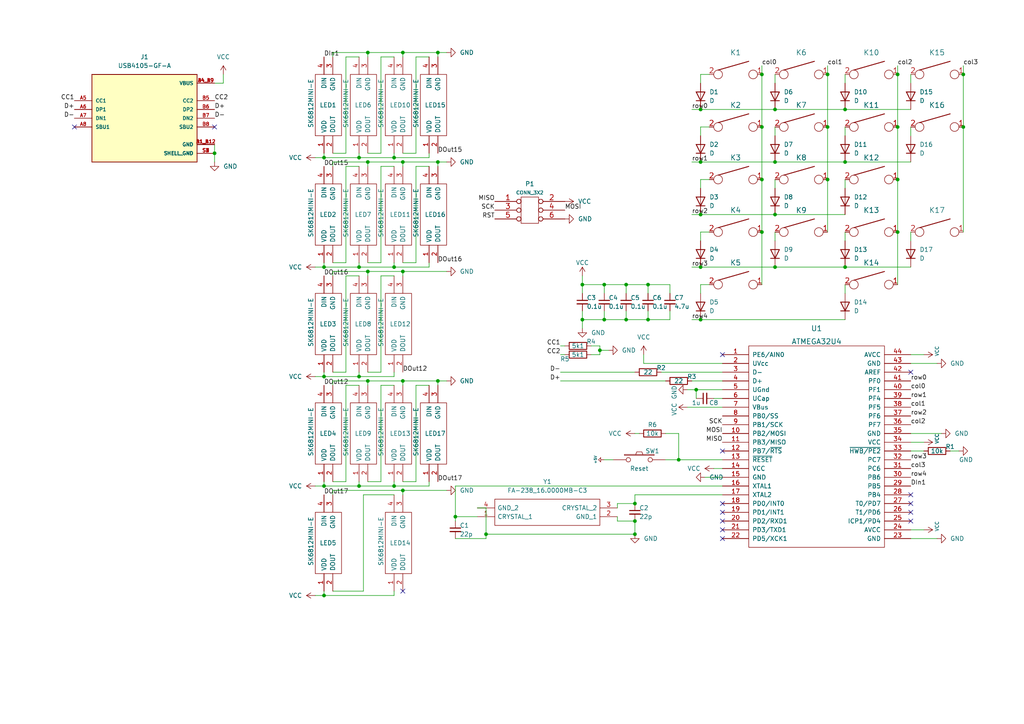
<source format=kicad_sch>
(kicad_sch (version 20211123) (generator eeschema)
  (paper "A4")
  (title_block (title "Ramen Pad") (date "2022-02-21") (rev "v1.0.0") (company "Ramen Keebs"))
  (junction (at 220.98 21.59))
  (junction (at 104.14 45.72))
  (junction (at 93.98 109.22))
  (junction (at 106.68 15.24))
  (junction (at 104.14 140.97))
  (junction (at 93.98 140.97))
  (junction (at 224.79 31.75))
  (junction (at 127 110.49))
  (junction (at 116.84 15.24))
  (junction (at 224.79 62.23))
  (junction (at 168.91 92.71))
  (junction (at 175.26 82.55))
  (junction (at 220.98 52.07))
  (junction (at 181.61 82.55))
  (junction (at 260.35 21.59))
  (junction (at 140.97 154.94))
  (junction (at 116.84 142.24))
  (junction (at 240.03 21.59))
  (junction (at 187.96 92.71))
  (junction (at 181.61 92.71))
  (junction (at 127 15.24))
  (junction (at 104.14 109.22))
  (junction (at 245.11 77.47))
  (junction (at 116.84 110.49))
  (junction (at 245.11 31.75))
  (junction (at 196.85 133.35))
  (junction (at 106.68 46.99))
  (junction (at 279.4 36.83))
  (junction (at 114.3 45.72))
  (junction (at 203.2 31.75))
  (junction (at 93.98 77.47))
  (junction (at 220.98 36.83))
  (junction (at 240.03 36.83))
  (junction (at 260.35 67.31))
  (junction (at 224.79 77.47))
  (junction (at 93.98 45.72))
  (junction (at 203.2 77.47))
  (junction (at 173.99 101.6))
  (junction (at 260.35 52.07))
  (junction (at 106.68 78.74))
  (junction (at 220.98 67.31))
  (junction (at 203.2 46.99))
  (junction (at 187.96 82.55))
  (junction (at 104.14 77.47))
  (junction (at 240.03 52.07))
  (junction (at 127 46.99))
  (junction (at 260.35 36.83))
  (junction (at 224.79 46.99))
  (junction (at 184.15 151.13))
  (junction (at 93.98 172.72))
  (junction (at 132.08 149.86))
  (junction (at 203.2 62.23))
  (junction (at 184.15 154.94))
  (junction (at 116.84 46.99))
  (junction (at 175.26 92.71))
  (junction (at 279.4 21.59))
  (junction (at 203.2 92.71))
  (junction (at 116.84 78.74))
  (junction (at 184.15 146.05))
  (junction (at 106.68 110.49))
  (junction (at 114.3 77.47))
  (junction (at 114.3 140.97))
  (junction (at 168.91 82.55))
  (junction (at 62.23 44.45))
  (junction (at 245.11 46.99))
  (junction (at 201.93 113.03))
  (no_connect (at 21.59 36.83))
  (no_connect (at 62.23 36.83))
  (no_connect (at 209.55 102.87))
  (no_connect (at 264.16 107.95))
  (no_connect (at 264.16 143.51))
  (no_connect (at 264.16 146.05))
  (no_connect (at 264.16 148.59))
  (no_connect (at 264.16 151.13))
  (no_connect (at 209.55 130.81))
  (no_connect (at 209.55 156.21))
  (no_connect (at 209.55 153.67))
  (no_connect (at 209.55 151.13))
  (no_connect (at 209.55 148.59))
  (no_connect (at 209.55 146.05))
  (no_connect (at 116.84 171.45))
  (wire (pts (xy 191.77 107.95) (xy 209.55 107.95)))
  (wire (pts (xy 220.98 52.07) (xy 220.98 67.31)))
  (wire (pts (xy 124.46 44.45) (xy 124.46 45.72)))
  (wire (pts (xy 106.68 139.7) (xy 110.49 139.7)))
  (wire (pts (xy 106.68 15.24) (xy 116.84 15.24)))
  (wire (pts (xy 203.2 36.83) (xy 203.2 39.37)))
  (wire (pts (xy 264.16 130.81) (xy 267.97 130.81)))
  (wire (pts (xy 260.35 19.05) (xy 260.35 21.59)))
  (wire (pts (xy 181.61 82.55) (xy 187.96 82.55)))
  (wire (pts (xy 120.65 44.45) (xy 120.65 16.51)))
  (wire (pts (xy 220.98 67.31) (xy 220.98 82.55)))
  (wire (pts (xy 127 46.99) (xy 127 48.26)))
  (wire (pts (xy 93.98 76.2) (xy 93.98 77.47)))
  (wire (pts (xy 194.31 82.55) (xy 194.31 85.09)))
  (wire (pts (xy 173.99 101.6) (xy 173.99 102.87)))
  (wire (pts (xy 114.3 139.7) (xy 114.3 140.97)))
  (wire (pts (xy 173.99 100.33) (xy 173.99 101.6)))
  (wire (pts (xy 264.16 156.21) (xy 271.78 156.21)))
  (wire (pts (xy 96.52 44.45) (xy 100.33 44.45)))
  (wire (pts (xy 200.66 77.47) (xy 203.2 77.47)))
  (wire (pts (xy 106.68 110.49) (xy 106.68 111.76)))
  (wire (pts (xy 203.2 92.71) (xy 245.11 92.71)))
  (wire (pts (xy 205.74 21.59) (xy 203.2 21.59)))
  (wire (pts (xy 114.3 76.2) (xy 114.3 77.47)))
  (wire (pts (xy 116.84 78.74) (xy 116.84 80.01)))
  (wire (pts (xy 175.26 82.55) (xy 181.61 82.55)))
  (wire (pts (xy 203.2 82.55) (xy 203.2 85.09)))
  (wire (pts (xy 132.08 156.21) (xy 140.97 156.21)))
  (wire (pts (xy 104.14 45.72) (xy 114.3 45.72)))
  (wire (pts (xy 203.2 62.23) (xy 224.79 62.23)))
  (wire (pts (xy 201.93 113.03) (xy 209.55 113.03)))
  (wire (pts (xy 96.52 143.51) (xy 96.52 142.24)))
  (wire (pts (xy 110.49 44.45) (xy 110.49 16.51)))
  (wire (pts (xy 162.56 110.49) (xy 193.04 110.49)))
  (wire (pts (xy 114.3 107.95) (xy 114.3 109.22)))
  (wire (pts (xy 104.14 77.47) (xy 114.3 77.47)))
  (wire (pts (xy 224.79 36.83) (xy 224.79 39.37)))
  (wire (pts (xy 114.3 171.45) (xy 114.3 172.72)))
  (wire (pts (xy 110.49 76.2) (xy 110.49 48.26)))
  (wire (pts (xy 168.91 92.71) (xy 175.26 92.71)))
  (wire (pts (xy 110.49 48.26) (xy 114.3 48.26)))
  (wire (pts (xy 105.41 171.45) (xy 105.41 143.51)))
  (wire (pts (xy 93.98 107.95) (xy 93.98 109.22)))
  (wire (pts (xy 100.33 48.26) (xy 104.14 48.26)))
  (wire (pts (xy 240.03 36.83) (xy 240.03 52.07)))
  (wire (pts (xy 116.84 46.99) (xy 116.84 48.26)))
  (wire (pts (xy 114.3 45.72) (xy 124.46 45.72)))
  (wire (pts (xy 96.52 78.74) (xy 106.68 78.74)))
  (wire (pts (xy 279.4 19.05) (xy 279.4 21.59)))
  (wire (pts (xy 168.91 90.17) (xy 168.91 92.71)))
  (wire (pts (xy 100.33 139.7) (xy 100.33 111.76)))
  (wire (pts (xy 93.98 139.7) (xy 93.98 140.97)))
  (wire (pts (xy 193.04 125.73) (xy 196.85 125.73)))
  (wire (pts (xy 127 15.24) (xy 127 16.51)))
  (wire (pts (xy 200.66 110.49) (xy 209.55 110.49)))
  (wire (pts (xy 196.85 133.35) (xy 209.55 133.35)))
  (wire (pts (xy 199.39 113.03) (xy 201.93 113.03)))
  (wire (pts (xy 116.84 44.45) (xy 120.65 44.45)))
  (wire (pts (xy 106.68 44.45) (xy 110.49 44.45)))
  (wire (pts (xy 100.33 111.76) (xy 104.14 111.76)))
  (wire (pts (xy 203.2 77.47) (xy 224.79 77.47)))
  (wire (pts (xy 175.26 92.71) (xy 181.61 92.71)))
  (wire (pts (xy 91.44 77.47) (xy 93.98 77.47)))
  (wire (pts (xy 193.04 133.35) (xy 196.85 133.35)))
  (wire (pts (xy 203.2 67.31) (xy 203.2 69.85)))
  (wire (pts (xy 279.4 36.83) (xy 279.4 67.31)))
  (wire (pts (xy 245.11 31.75) (xy 264.16 31.75)))
  (wire (pts (xy 162.56 100.33) (xy 163.83 100.33)))
  (wire (pts (xy 168.91 92.71) (xy 168.91 95.25)))
  (wire (pts (xy 91.44 140.97) (xy 93.98 140.97)))
  (wire (pts (xy 224.79 31.75) (xy 245.11 31.75)))
  (wire (pts (xy 173.99 101.6) (xy 176.53 101.6)))
  (wire (pts (xy 100.33 44.45) (xy 100.33 16.51)))
  (wire (pts (xy 93.98 140.97) (xy 104.14 140.97)))
  (wire (pts (xy 100.33 76.2) (xy 100.33 48.26)))
  (wire (pts (xy 106.68 107.95) (xy 110.49 107.95)))
  (wire (pts (xy 62.23 44.45) (xy 62.23 46.99)))
  (wire (pts (xy 104.14 109.22) (xy 114.3 109.22)))
  (wire (pts (xy 245.11 67.31) (xy 245.11 69.85)))
  (wire (pts (xy 184.15 125.73) (xy 185.42 125.73)))
  (wire (pts (xy 264.16 105.41) (xy 271.78 105.41)))
  (wire (pts (xy 260.35 67.31) (xy 260.35 82.55)))
  (wire (pts (xy 132.08 149.86) (xy 132.08 140.97)))
  (wire (pts (xy 140.97 154.94) (xy 184.15 154.94)))
  (wire (pts (xy 260.35 21.59) (xy 260.35 36.83)))
  (wire (pts (xy 110.49 111.76) (xy 114.3 111.76)))
  (wire (pts (xy 264.16 102.87) (xy 267.97 102.87)))
  (wire (pts (xy 110.49 139.7) (xy 110.49 111.76)))
  (wire (pts (xy 104.14 107.95) (xy 104.14 109.22)))
  (wire (pts (xy 245.11 46.99) (xy 264.16 46.99)))
  (wire (pts (xy 194.31 90.17) (xy 194.31 92.71)))
  (wire (pts (xy 168.91 80.01) (xy 168.91 82.55)))
  (wire (pts (xy 179.07 151.13) (xy 184.15 151.13)))
  (wire (pts (xy 93.98 109.22) (xy 104.14 109.22)))
  (wire (pts (xy 127 46.99) (xy 129.54 46.99)))
  (wire (pts (xy 181.61 90.17) (xy 181.61 92.71)))
  (wire (pts (xy 240.03 19.05) (xy 240.03 21.59)))
  (wire (pts (xy 245.11 21.59) (xy 245.11 24.13)))
  (wire (pts (xy 110.49 16.51) (xy 114.3 16.51)))
  (wire (pts (xy 200.66 62.23) (xy 203.2 62.23)))
  (wire (pts (xy 184.15 143.51) (xy 209.55 143.51)))
  (wire (pts (xy 245.11 36.83) (xy 245.11 39.37)))
  (wire (pts (xy 116.84 15.24) (xy 116.84 16.51)))
  (wire (pts (xy 201.93 115.57) (xy 201.93 113.03)))
  (wire (pts (xy 96.52 107.95) (xy 100.33 107.95)))
  (wire (pts (xy 175.26 133.35) (xy 177.8 133.35)))
  (wire (pts (xy 162.56 107.95) (xy 184.15 107.95)))
  (wire (pts (xy 187.96 92.71) (xy 194.31 92.71)))
  (wire (pts (xy 93.98 171.45) (xy 93.98 172.72)))
  (wire (pts (xy 96.52 46.99) (xy 106.68 46.99)))
  (wire (pts (xy 264.16 153.67) (xy 267.97 153.67)))
  (wire (pts (xy 132.08 149.86) (xy 132.08 151.13)))
  (wire (pts (xy 96.52 111.76) (xy 96.52 110.49)))
  (wire (pts (xy 104.14 139.7) (xy 104.14 140.97)))
  (wire (pts (xy 179.07 146.05) (xy 184.15 146.05)))
  (wire (pts (xy 116.84 76.2) (xy 120.65 76.2)))
  (wire (pts (xy 96.52 15.24) (xy 106.68 15.24)))
  (wire (pts (xy 96.52 171.45) (xy 105.41 171.45)))
  (wire (pts (xy 186.69 105.41) (xy 209.55 105.41)))
  (wire (pts (xy 100.33 16.51) (xy 104.14 16.51)))
  (wire (pts (xy 207.01 135.89) (xy 209.55 135.89)))
  (wire (pts (xy 120.65 139.7) (xy 120.65 111.76)))
  (wire (pts (xy 105.41 143.51) (xy 114.3 143.51)))
  (wire (pts (xy 116.84 110.49) (xy 116.84 111.76)))
  (wire (pts (xy 205.74 36.83) (xy 203.2 36.83)))
  (wire (pts (xy 96.52 80.01) (xy 96.52 78.74)))
  (wire (pts (xy 220.98 19.05) (xy 220.98 21.59)))
  (wire (pts (xy 106.68 15.24) (xy 106.68 16.51)))
  (wire (pts (xy 200.66 46.99) (xy 203.2 46.99)))
  (wire (pts (xy 127 110.49) (xy 127 111.76)))
  (wire (pts (xy 203.2 46.99) (xy 224.79 46.99)))
  (wire (pts (xy 106.68 78.74) (xy 116.84 78.74)))
  (wire (pts (xy 240.03 52.07) (xy 240.03 67.31)))
  (wire (pts (xy 168.91 82.55) (xy 168.91 85.09)))
  (wire (pts (xy 171.45 100.33) (xy 173.99 100.33)))
  (wire (pts (xy 275.59 130.81) (xy 278.13 130.81)))
  (wire (pts (xy 138.43 149.86) (xy 132.08 149.86)))
  (wire (pts (xy 106.68 46.99) (xy 106.68 48.26)))
  (wire (pts (xy 120.65 48.26) (xy 124.46 48.26)))
  (wire (pts (xy 204.47 138.43) (xy 209.55 138.43)))
  (wire (pts (xy 279.4 21.59) (xy 279.4 36.83)))
  (wire (pts (xy 124.46 139.7) (xy 124.46 140.97)))
  (wire (pts (xy 224.79 46.99) (xy 245.11 46.99)))
  (wire (pts (xy 116.84 46.99) (xy 127 46.99)))
  (wire (pts (xy 184.15 151.13) (xy 184.15 154.94)))
  (wire (pts (xy 91.44 109.22) (xy 93.98 109.22)))
  (wire (pts (xy 140.97 154.94) (xy 140.97 147.32)))
  (wire (pts (xy 199.39 118.11) (xy 209.55 118.11)))
  (wire (pts (xy 93.98 45.72) (xy 104.14 45.72)))
  (wire (pts (xy 120.65 111.76) (xy 124.46 111.76)))
  (wire (pts (xy 224.79 21.59) (xy 224.79 24.13)))
  (wire (pts (xy 207.01 115.57) (xy 209.55 115.57)))
  (wire (pts (xy 96.52 48.26) (xy 96.52 46.99)))
  (wire (pts (xy 264.16 128.27) (xy 267.97 128.27)))
  (wire (pts (xy 96.52 76.2) (xy 100.33 76.2)))
  (wire (pts (xy 224.79 52.07) (xy 224.79 54.61)))
  (wire (pts (xy 114.3 140.97) (xy 124.46 140.97)))
  (wire (pts (xy 62.23 41.91) (xy 62.23 44.45)))
  (wire (pts (xy 120.65 76.2) (xy 120.65 48.26)))
  (wire (pts (xy 264.16 36.83) (xy 264.16 39.37)))
  (wire (pts (xy 245.11 82.55) (xy 245.11 85.09)))
  (wire (pts (xy 106.68 76.2) (xy 110.49 76.2)))
  (wire (pts (xy 100.33 107.95) (xy 100.33 80.01)))
  (wire (pts (xy 104.14 44.45) (xy 104.14 45.72)))
  (wire (pts (xy 173.99 102.87) (xy 171.45 102.87)))
  (wire (pts (xy 186.69 102.87) (xy 186.69 105.41)))
  (wire (pts (xy 200.66 31.75) (xy 203.2 31.75)))
  (wire (pts (xy 116.84 139.7) (xy 120.65 139.7)))
  (wire (pts (xy 264.16 125.73) (xy 273.05 125.73)))
  (wire (pts (xy 91.44 172.72) (xy 93.98 172.72)))
  (wire (pts (xy 205.74 82.55) (xy 203.2 82.55)))
  (wire (pts (xy 224.79 77.47) (xy 245.11 77.47)))
  (wire (pts (xy 184.15 143.51) (xy 184.15 146.05)))
  (wire (pts (xy 114.3 44.45) (xy 114.3 45.72)))
  (wire (pts (xy 96.52 142.24) (xy 116.84 142.24)))
  (wire (pts (xy 162.56 102.87) (xy 163.83 102.87)))
  (wire (pts (xy 187.96 82.55) (xy 194.31 82.55)))
  (wire (pts (xy 245.11 77.47) (xy 264.16 77.47)))
  (wire (pts (xy 187.96 82.55) (xy 187.96 85.09)))
  (wire (pts (xy 205.74 52.07) (xy 203.2 52.07)))
  (wire (pts (xy 203.2 31.75) (xy 224.79 31.75)))
  (wire (pts (xy 264.16 67.31) (xy 264.16 69.85)))
  (wire (pts (xy 110.49 80.01) (xy 114.3 80.01)))
  (wire (pts (xy 175.26 90.17) (xy 175.26 92.71)))
  (wire (pts (xy 116.84 110.49) (xy 127 110.49)))
  (wire (pts (xy 127 110.49) (xy 129.54 110.49)))
  (wire (pts (xy 140.97 156.21) (xy 140.97 154.94)))
  (wire (pts (xy 240.03 21.59) (xy 240.03 36.83)))
  (wire (pts (xy 179.07 149.86) (xy 179.07 151.13)))
  (wire (pts (xy 91.44 45.72) (xy 93.98 45.72)))
  (wire (pts (xy 181.61 82.55) (xy 181.61 85.09)))
  (wire (pts (xy 264.16 21.59) (xy 264.16 24.13)))
  (wire (pts (xy 168.91 82.55) (xy 175.26 82.55)))
  (wire (pts (xy 124.46 76.2) (xy 124.46 77.47)))
  (wire (pts (xy 100.33 80.01) (xy 104.14 80.01)))
  (wire (pts (xy 179.07 147.32) (xy 179.07 146.05)))
  (wire (pts (xy 93.98 77.47) (xy 104.14 77.47)))
  (wire (pts (xy 64.77 21.59) (xy 64.77 24.13)))
  (wire (pts (xy 106.68 78.74) (xy 106.68 80.01)))
  (wire (pts (xy 96.52 110.49) (xy 106.68 110.49)))
  (wire (pts (xy 132.08 140.97) (xy 209.55 140.97)))
  (wire (pts (xy 224.79 67.31) (xy 224.79 69.85)))
  (wire (pts (xy 220.98 36.83) (xy 220.98 52.07)))
  (wire (pts (xy 196.85 133.35) (xy 196.85 125.73)))
  (wire (pts (xy 220.98 21.59) (xy 220.98 36.83)))
  (wire (pts (xy 106.68 110.49) (xy 116.84 110.49)))
  (wire (pts (xy 96.52 16.51) (xy 96.52 15.24)))
  (wire (pts (xy 140.97 147.32) (xy 138.43 147.32)))
  (wire (pts (xy 260.35 36.83) (xy 260.35 52.07)))
  (wire (pts (xy 187.96 90.17) (xy 187.96 92.71)))
  (wire (pts (xy 120.65 16.51) (xy 124.46 16.51)))
  (wire (pts (xy 104.14 76.2) (xy 104.14 77.47)))
  (wire (pts (xy 116.84 78.74) (xy 129.54 78.74)))
  (wire (pts (xy 104.14 140.97) (xy 114.3 140.97)))
  (wire (pts (xy 203.2 52.07) (xy 203.2 54.61)))
  (wire (pts (xy 181.61 92.71) (xy 187.96 92.71)))
  (wire (pts (xy 64.77 24.13) (xy 62.23 24.13)))
  (wire (pts (xy 175.26 82.55) (xy 175.26 85.09)))
  (wire (pts (xy 203.2 21.59) (xy 203.2 24.13)))
  (wire (pts (xy 200.66 92.71) (xy 203.2 92.71)))
  (wire (pts (xy 116.84 142.24) (xy 129.54 142.24)))
  (wire (pts (xy 245.11 52.07) (xy 245.11 54.61)))
  (wire (pts (xy 205.74 67.31) (xy 203.2 67.31)))
  (wire (pts (xy 110.49 107.95) (xy 110.49 80.01)))
  (wire (pts (xy 93.98 172.72) (xy 114.3 172.72)))
  (wire (pts (xy 93.98 44.45) (xy 93.98 45.72)))
  (wire (pts (xy 224.79 62.23) (xy 245.11 62.23)))
  (wire (pts (xy 106.68 46.99) (xy 116.84 46.99)))
  (wire (pts (xy 127 15.24) (xy 129.54 15.24)))
  (wire (pts (xy 114.3 77.47) (xy 124.46 77.47)))
  (wire (pts (xy 116.84 142.24) (xy 116.84 143.51)))
  (wire (pts (xy 96.52 139.7) (xy 100.33 139.7)))
  (wire (pts (xy 116.84 15.24) (xy 127 15.24)))
  (wire (pts (xy 260.35 52.07) (xy 260.35 67.31)))
  (label "D+" (at 62.23 31.75 0))
  (label "D-" (at 21.59 34.29 180))
  (label "row0" (at 264.16 110.49 0))
  (label "col2" (at 260.35 19.05 0))
  (label "DOut16" (at 93.98 80.01 0))
  (label "MOSI" (at 209.55 125.73 180))
  (label "CC1" (at 21.59 29.21 180))
  (label "CC2" (at 62.23 29.21 0))
  (label "D-" (at 162.56 107.95 180))
  (label "D-" (at 62.23 34.29 0))
  (label "col1" (at 240.03 19.05 0))
  (label "DOut17" (at 127 139.7 0))
  (label "col0" (at 220.98 19.05 0))
  (label "row2" (at 200.66 62.23 0))
  (label "CC1" (at 162.56 100.33 180))
  (label "DIn1" (at 264.16 140.97 0))
  (label "DOut15" (at 127 44.45 0))
  (label "row2" (at 264.16 120.65 0))
  (label "col1" (at 264.16 118.11 0))
  (label "DOut12" (at 116.84 107.95 0))
  (label "DOut15" (at 93.98 48.26 0))
  (label "MISO" (at 143.51 58.42 180))
  (label "row4" (at 200.66 92.71 0))
  (label "CC2" (at 162.56 102.87 180))
  (label "col0" (at 264.16 113.03 0))
  (label "row3" (at 264.16 133.35 0))
  (label "D+" (at 162.56 110.49 180))
  (label "MOSI" (at 163.83 60.96 0))
  (label "DIn1" (at 93.98 16.51 0))
  (label "row4" (at 264.16 138.43 0))
  (label "DOut16" (at 127 76.2 0))
  (label "DOut12" (at 93.98 111.76 0))
  (label "row0" (at 200.66 31.75 0))
  (label "MISO" (at 209.55 128.27 180))
  (label "SCK" (at 143.51 60.96 180))
  (label "row3" (at 200.66 77.47 0))
  (label "col3" (at 264.16 135.89 0))
  (label "row1" (at 200.66 46.99 0))
  (label "D+" (at 21.59 31.75 180))
  (label "SCK" (at 209.55 123.19 180))
  (label "row1" (at 264.16 115.57 0))
  (label "RST" (at 143.51 63.5 180))
  (label "col3" (at 279.4 19.05 0))
  (label "col2" (at 264.16 123.19 0))
  (label "DOut17" (at 93.98 143.51 0))
  (symbol (lib_id "keyboard_parts:KEYSW") (at 213.36 52.07 0) (unit 1)
    (property "Reference" "K3" (at 213.36 45.72 0) (effects (font (size 1.524 1.524))))
    (property "Value" "KEYSW" (effects hide))
    (property "Footprint" "keyswitches:Kailh_socket_MX_platemount" (effects hide))
  )
  (symbol (lib_id "USB4105-GF-A:USB4105-GF-A") (at 41.91 34.29 0) (unit 1)
    (property "Reference" "J1" (at 41.91 16.51 0))
    (property "Value" "USB4105-GF-A" (at 41.91 19.05 0))
    (property "Footprint" "USB4105-GF-A:GCT_USB4105-GF-A" (effects hide))
    (property "MAXIMUM_PACKAGE_HEIGHT" "3.31 mm" (effects hide))
    (property "MANUFACTURER" "GCT" (effects hide))
    (property "PARTREV" "A3" (effects hide))
    (property "STANDARD" "Manufacturer Recommendations" (effects hide))
  )
  (symbol (lib_id "power:GND") (at 168.91 95.25 0) (unit 1)
    (property "Reference" "#PWR0101" (effects hide))
    (property "Value" "GND" (at 171.45 96.5199 0) (effects (justify left)))
  )
  (symbol (lib_id "keyboard_parts:KEYSW") (at 252.73 67.31 0) (unit 1)
    (property "Reference" "K13" (at 252.73 60.96 0) (effects (font (size 1.524 1.524))))
    (property "Value" "KEYSW" (effects hide))
    (property "Footprint" "keyswitches:Kailh_socket_MX_platemount" (effects hide))
  )
  (symbol (lib_id "SK6812MINI-E:SK6812MINI-E") (at 93.98 171.45 90) (unit 1)
    (property "Reference" "LED5" (at 92.71 157.48 90) (effects (justify right)))
    (property "Value" "SK6812MINI-E" (at 90.17 149.86 0) (effects (justify right)))
    (property "Footprint" "Keebio-Parts:SK6812-MINI-E" (effects hide))
    (property "Datasheet" "http://yushakobo.jp/ds/YS-SK6812MINI-E.pdf" (effects hide))
    (property "Description" "3.2x2.8x1.78 mm 0.2W Intelligent external control surface mount SMD LED (MSL:5a)" (effects hide))
    (property "Height" "1.88" (effects hide))
    (property "Manufacturer_Name" "Yellow Stone Corp." (effects hide))
    (property "Manufacturer_Part_Number" "SK6812MINI-E" (effects hide))
  )
  (symbol (lib_id "power:VCC") (at 267.97 102.87 270) (unit 1)
    (property "Reference" "#PWR0117" (effects hide))
    (property "Value" "VCC" (at 271.78 100.33 0) (effects (font (size 1 1)) (justify left)))
  )
  (symbol (lib_id "SK6812MINI-E:SK6812MINI-E") (at 93.98 107.95 90) (unit 1)
    (property "Reference" "LED3" (at 92.71 93.98 90) (effects (justify right)))
    (property "Value" "SK6812MINI-E" (at 90.17 86.36 0) (effects (justify right)))
    (property "Footprint" "Keebio-Parts:SK6812-MINI-E" (effects hide))
    (property "Datasheet" "http://yushakobo.jp/ds/YS-SK6812MINI-E.pdf" (effects hide))
    (property "Description" "3.2x2.8x1.78 mm 0.2W Intelligent external control surface mount SMD LED (MSL:5a)" (effects hide))
    (property "Height" "1.88" (effects hide))
    (property "Manufacturer_Name" "Yellow Stone Corp." (effects hide))
    (property "Manufacturer_Part_Number" "SK6812MINI-E" (effects hide))
  )
  (symbol (lib_id "SK6812MINI-E:SK6812MINI-E") (at 124.46 139.7 90) (unit 1)
    (property "Reference" "LED17" (at 123.19 125.73 90) (effects (justify right)))
    (property "Value" "SK6812MINI-E" (at 120.65 118.11 0) (effects (justify right)))
    (property "Footprint" "Keebio-Parts:SK6812-MINI-E" (effects hide))
    (property "Datasheet" "http://yushakobo.jp/ds/YS-SK6812MINI-E.pdf" (effects hide))
    (property "Description" "3.2x2.8x1.78 mm 0.2W Intelligent external control surface mount SMD LED (MSL:5a)" (effects hide))
    (property "Height" "1.88" (effects hide))
    (property "Manufacturer_Name" "Yellow Stone Corp." (effects hide))
    (property "Manufacturer_Part_Number" "SK6812MINI-E" (effects hide))
  )
  (symbol (lib_id "power:GND") (at 129.54 110.49 90) (unit 1)
    (property "Reference" "#PWR0125" (effects hide))
    (property "Value" "GND" (at 133.35 110.4899 90) (effects (justify right)))
  )
  (symbol (lib_id "keyboard_parts:KEYSW") (at 213.36 82.55 0) (unit 1)
    (property "Reference" "K5" (at 213.36 76.2 0) (effects (font (size 1.524 1.524))))
    (property "Value" "KEYSW" (effects hide))
    (property "Footprint" "keyswitches:Kailh_socket_MX_platemount" (effects hide))
  )
  (symbol (lib_id "Device:C_Small") (at 184.15 148.59 0) (unit 1)
    (property "Reference" "C2" (at 185.42 147.32 0) (effects (justify left)))
    (property "Value" "22p" (at 185.42 149.86 0) (effects (justify left)))
    (property "Footprint" "Capacitor_SMD:C_0805_2012Metric_Pad1.18x1.45mm_HandSolder" (effects hide))
    (property "Mouser Price/Stock" "https://www.mouser.com/ProductDetail/KEMET/C0805C220J5GAC?qs=QSLWNkho1HkgVC3CWXgmZA%3D%3D" (effects hide))
  )
  (symbol (lib_id "power:GND") (at 273.05 125.73 90) (unit 1)
    (property "Reference" "#PWR0132" (effects hide))
    (property "Value" "GND" (at 276.86 125.7299 90) (effects (justify right)))
  )
  (symbol (lib_id "SK6812MINI-E:SK6812MINI-E") (at 93.98 76.2 90) (unit 1)
    (property "Reference" "LED2" (at 92.71 62.23 90) (effects (justify right)))
    (property "Value" "SK6812MINI-E" (at 90.17 54.61 0) (effects (justify right)))
    (property "Footprint" "Keebio-Parts:SK6812-MINI-E" (effects hide))
    (property "Datasheet" "http://yushakobo.jp/ds/YS-SK6812MINI-E.pdf" (effects hide))
    (property "Description" "3.2x2.8x1.78 mm 0.2W Intelligent external control surface mount SMD LED (MSL:5a)" (effects hide))
    (property "Height" "1.88" (effects hide))
    (property "Manufacturer_Name" "Yellow Stone Corp." (effects hide))
    (property "Manufacturer_Part_Number" "SK6812MINI-E" (effects hide))
  )
  (symbol (lib_id "SK6812MINI-E:SK6812MINI-E") (at 124.46 44.45 90) (unit 1)
    (property "Reference" "LED15" (at 123.19 30.48 90) (effects (justify right)))
    (property "Value" "SK6812MINI-E" (at 120.65 22.86 0) (effects (justify right)))
    (property "Footprint" "Keebio-Parts:SK6812-MINI-E" (effects hide))
    (property "Datasheet" "http://yushakobo.jp/ds/YS-SK6812MINI-E.pdf" (effects hide))
    (property "Description" "3.2x2.8x1.78 mm 0.2W Intelligent external control surface mount SMD LED (MSL:5a)" (effects hide))
    (property "Height" "1.88" (effects hide))
    (property "Manufacturer_Name" "Yellow Stone Corp." (effects hide))
    (property "Manufacturer_Part_Number" "SK6812MINI-E" (effects hide))
  )
  (symbol (lib_id "Device:C_Small") (at 181.61 87.63 0) (unit 1)
    (property "Reference" "C5" (at 182.88 86.36 0) (effects (justify left)))
    (property "Value" "0.1u" (at 182.88 88.9 0) (effects (justify left)))
    (property "Footprint" "Capacitor_SMD:C_0805_2012Metric_Pad1.18x1.45mm_HandSolder" (effects hide))
    (property "Mouser Price/Stock" "https://www.mouser.com/ProductDetail/KEMET/C0805C104Z5VACTU?qs=7zB%252BIQS%2FKOLJrZxGB%252BKgiw%3D%3D" (effects hide))
  )
  (symbol (lib_id "keyboard_parts:KEYSW") (at 252.73 21.59 0) (unit 1)
    (property "Reference" "K10" (at 252.73 15.24 0) (effects (font (size 1.524 1.524))))
    (property "Value" "KEYSW" (effects hide))
    (property "Footprint" "keyswitches:Kailh_socket_MX_platemount" (effects hide))
  )
  (symbol (lib_id "power:VCC") (at 64.77 21.59 0) (unit 1)
    (property "Reference" "#PWR0129" (effects hide))
    (property "Value" "VCC" (at 64.77 16.51 0))
  )
  (symbol (lib_id "power:VCC") (at 267.97 128.27 270) (unit 1)
    (property "Reference" "#PWR0109" (effects hide))
    (property "Value" "VCC" (at 271.78 125.73 0) (effects (font (size 1 1)) (justify left)))
  )
  (symbol (lib_id "Device:R") (at 167.64 102.87 90) (unit 1)
    (property "Reference" "R5" (at 163.83 104.14 90))
    (property "Value" "5k1" (at 167.64 102.87 90))
    (property "Footprint" "Resistor_SMD:R_0805_2012Metric_Pad1.20x1.40mm_HandSolder" (effects hide))
    (property "Mouser Price/Stock" "https://www.mouser.com/ProductDetail/ROHM-Semiconductor/KTR10EZPF5101?qs=493kPxzlxfJzHof618Q5IQ%3D%3D" (effects hide))
  )
  (symbol (lib_id "power:VCC") (at 91.44 172.72 90) (unit 1)
    (property "Reference" "#PWR0126" (effects hide))
    (property "Value" "VCC" (at 87.63 172.7199 90) (effects (justify left)))
  )
  (symbol (lib_id "keyboard_parts:GND") (at 175.26 133.35 270) (unit 1)
    (property "Reference" "#PWR0105" (effects hide))
    (property "Value" "GND" (at 172.72 132.08 0) (effects (font (size 0.762 0.762)) (justify left)))
  )
  (symbol (lib_id "keyboard_parts:KEYSW") (at 252.73 36.83 0) (unit 1)
    (property "Reference" "K11" (at 252.73 30.48 0) (effects (font (size 1.524 1.524))))
    (property "Value" "KEYSW" (effects hide))
    (property "Footprint" "keyswitches:Kailh_socket_MX_platemount" (effects hide))
  )
  (symbol (lib_id "keyboard_parts:KEYSW") (at 213.36 21.59 0) (unit 1)
    (property "Reference" "K1" (at 213.36 15.24 0) (effects (font (size 1.524 1.524))))
    (property "Value" "KEYSW" (effects hide))
    (property "Footprint" "keyswitches:Kailh_socket_MX_platemount" (effects hide))
  )
  (symbol (lib_id "Device:D") (at 245.11 58.42 90) (unit 1)
    (property "Reference" "D12" (at 247.65 57.1499 90) (effects (justify right)))
    (property "Value" "D" (at 247.65 59.6899 90) (effects (justify right)))
    (property "Footprint" "keyboard_parts:D_SOD123_axial" (effects hide))
    (property "Mouser Price/Stock" "https://www.mouser.com/ProductDetail/Micro-Commercial-Components-MCC/1N4448W-TP?qs=KFo7JewZbUFALNIoK2AHyA%3D%3D" (effects hide))
  )
  (symbol (lib_id "Device:D") (at 245.11 73.66 90) (unit 1)
    (property "Reference" "D13" (at 247.65 72.3899 90) (effects (justify right)))
    (property "Value" "D" (at 247.65 74.9299 90) (effects (justify right)))
    (property "Footprint" "keyboard_parts:D_SOD123_axial" (effects hide))
    (property "Mouser Price/Stock" "https://www.mouser.com/ProductDetail/Micro-Commercial-Components-MCC/1N4448W-TP?qs=KFo7JewZbUFALNIoK2AHyA%3D%3D" (effects hide))
  )
  (symbol (lib_id "power:GND") (at 176.53 101.6 90) (unit 1)
    (property "Reference" "#PWR0116" (effects hide))
    (property "Value" "GND" (at 180.34 101.5999 90) (effects (justify right)))
  )
  (symbol (lib_id "power:GND") (at 129.54 46.99 90) (unit 1)
    (property "Reference" "#PWR0119" (effects hide))
    (property "Value" "GND" (at 133.35 46.9899 90) (effects (justify right)))
  )
  (symbol (lib_id "power:GND") (at 129.54 78.74 90) (unit 1)
    (property "Reference" "#PWR0118" (effects hide))
    (property "Value" "GND" (at 133.35 78.7399 90) (effects (justify right)))
  )
  (symbol (lib_id "keyboard_parts:KEYSW") (at 232.41 67.31 0) (unit 1)
    (property "Reference" "K9" (at 232.41 61.0008 0) (effects (font (size 1.524 1.524))))
    (property "Value" "KEYSW" (effects hide))
    (property "Footprint" "keyswitches:Kailh_socket_MX_platemount" (effects hide))
  )
  (symbol (lib_id "power:VCC") (at 91.44 45.72 90) (unit 1)
    (property "Reference" "#PWR0120" (effects hide))
    (property "Value" "VCC" (at 87.63 45.7199 90) (effects (justify left)))
  )
  (symbol (lib_id "Device:D") (at 224.79 73.66 90) (unit 1)
    (property "Reference" "D9" (at 227.33 72.3899 90) (effects (justify right)))
    (property "Value" "D" (at 227.33 74.9299 90) (effects (justify right)))
    (property "Footprint" "keyboard_parts:D_SOD123_axial" (effects hide))
    (property "Mouser Price/Stock" "https://www.mouser.com/ProductDetail/Micro-Commercial-Components-MCC/1N4448W-TP?qs=KFo7JewZbUFALNIoK2AHyA%3D%3D" (effects hide))
  )
  (symbol (lib_id "SK6812MINI-E:SK6812MINI-E") (at 93.98 44.45 90) (unit 1)
    (property "Reference" "LED1" (at 92.71 30.48 90) (effects (justify right)))
    (property "Value" "SK6812MINI-E" (at 90.17 22.86 0) (effects (justify right)))
    (property "Footprint" "Keebio-Parts:SK6812-MINI-E" (effects hide))
    (property "Datasheet" "http://yushakobo.jp/ds/YS-SK6812MINI-E.pdf" (effects hide))
    (property "Description" "3.2x2.8x1.78 mm 0.2W Intelligent external control surface mount SMD LED (MSL:5a)" (effects hide))
    (property "Height" "1.88" (effects hide))
    (property "Manufacturer_Name" "Yellow Stone Corp." (effects hide))
    (property "Manufacturer_Part_Number" "SK6812MINI-E" (effects hide))
  )
  (symbol (lib_id "power:GND") (at 62.23 46.99 0) (unit 1)
    (property "Reference" "#PWR0128" (effects hide))
    (property "Value" "GND" (at 64.77 48.2599 0) (effects (justify left)))
  )
  (symbol (lib_id "power:GND") (at 129.54 142.24 90) (unit 1)
    (property "Reference" "#PWR0121" (effects hide))
    (property "Value" "GND" (at 133.35 142.2399 90) (effects (justify right)))
  )
  (symbol (lib_id "power:GND") (at 129.54 15.24 90) (unit 1)
    (property "Reference" "#PWR0124" (effects hide))
    (property "Value" "GND" (at 133.35 15.2399 90) (effects (justify right)))
  )
  (symbol (lib_id "power:GND") (at 278.13 130.81 90) (unit 1)
    (property "Reference" "#PWR0108" (effects hide))
    (property "Value" "GND" (at 278.13 133.35 90) (effects (justify right)))
  )
  (symbol (lib_id "Device:R") (at 196.85 110.49 90) (unit 1)
    (property "Reference" "R3" (at 200.66 109.22 90))
    (property "Value" "22" (at 196.85 110.49 90))
    (property "Footprint" "Resistor_SMD:R_0805_2012Metric_Pad1.20x1.40mm_HandSolder" (effects hide))
    (property "Mouser Price/Stock" "https://www.mouser.com/ProductDetail/ROHM-Semiconductor/KTR10EZPJ220?qs=DyUWGjl%252BcVs67C8whwE2eg%3D%3D" (effects hide))
  )
  (symbol (lib_id "keyboard_parts:KEYSW") (at 232.41 36.83 0) (unit 1)
    (property "Reference" "K7" (at 232.41 30.48 0) (effects (font (size 1.524 1.524))))
    (property "Value" "KEYSW" (effects hide))
    (property "Footprint" "keyswitches:Kailh_socket_MX_platemount" (effects hide))
  )
  (symbol (lib_id "Device:D") (at 203.2 58.42 90) (unit 1)
    (property "Reference" "D3" (at 205.74 57.1499 90) (effects (justify right)))
    (property "Value" "D" (at 205.74 59.6899 90) (effects (justify right)))
    (property "Footprint" "keyboard_parts:D_SOD123_axial" (effects hide))
    (property "Mouser Price/Stock" "https://www.mouser.com/ProductDetail/Micro-Commercial-Components-MCC/1N4448W-TP?qs=KFo7JewZbUFALNIoK2AHyA%3D%3D" (effects hide))
  )
  (symbol (lib_id "power:VCC") (at 91.44 77.47 90) (unit 1)
    (property "Reference" "#PWR0122" (effects hide))
    (property "Value" "VCC" (at 87.63 77.4699 90) (effects (justify left)))
  )
  (symbol (lib_id "keyboard_parts:KEYSW") (at 271.78 21.59 0) (unit 1)
    (property "Reference" "K15" (at 271.78 15.24 0) (effects (font (size 1.524 1.524))))
    (property "Value" "KEYSW" (effects hide))
    (property "Footprint" "keyswitches:Kailh_socket_MX_platemount" (effects hide))
  )
  (symbol (lib_id "power:VCC") (at 184.15 125.73 90) (unit 1)
    (property "Reference" "#PWR01" (effects hide))
    (property "Value" "VCC" (at 180.34 125.7299 90) (effects (justify left)))
  )
  (symbol (lib_id "SK6812MINI-E:SK6812MINI-E") (at 114.3 139.7 90) (unit 1)
    (property "Reference" "LED13" (at 113.03 125.73 90) (effects (justify right)))
    (property "Value" "SK6812MINI-E" (at 110.49 118.11 0) (effects (justify right)))
    (property "Footprint" "Keebio-Parts:SK6812-MINI-E" (effects hide))
    (property "Datasheet" "http://yushakobo.jp/ds/YS-SK6812MINI-E.pdf" (effects hide))
    (property "Description" "3.2x2.8x1.78 mm 0.2W Intelligent external control surface mount SMD LED (MSL:5a)" (effects hide))
    (property "Height" "1.88" (effects hide))
    (property "Manufacturer_Name" "Yellow Stone Corp." (effects hide))
    (property "Manufacturer_Part_Number" "SK6812MINI-E" (effects hide))
  )
  (symbol (lib_id "Device:R") (at 271.78 130.81 90) (unit 1)
    (property "Reference" "R1" (at 275.59 129.54 90))
    (property "Value" "10k" (at 271.78 130.81 90))
    (property "Footprint" "Resistor_SMD:R_0805_2012Metric_Pad1.20x1.40mm_HandSolder" (effects hide))
    (property "Mouser Price/Stock" "https://www.mouser.com/ProductDetail/755-SFR10EZPJ103" (effects hide))
  )
  (symbol (lib_id "Device:R") (at 167.64 100.33 90) (unit 1)
    (property "Reference" "R4" (at 171.45 99.06 90))
    (property "Value" "5k1" (at 167.64 100.33 90))
    (property "Footprint" "Resistor_SMD:R_0805_2012Metric_Pad1.20x1.40mm_HandSolder" (effects hide))
    (property "Mouser Price/Stock" "https://www.mouser.com/ProductDetail/ROHM-Semiconductor/KTR10EZPF5101?qs=493kPxzlxfJzHof618Q5IQ%3D%3D" (effects hide))
  )
  (symbol (lib_id "keyboard_parts:KEYSW") (at 232.41 21.59 0) (unit 1)
    (property "Reference" "K6" (at 232.41 15.24 0) (effects (font (size 1.524 1.524))))
    (property "Value" "KEYSW" (effects hide))
    (property "Footprint" "keyswitches:Kailh_socket_MX_platemount" (effects hide))
  )
  (symbol (lib_id "Device:D") (at 264.16 73.66 90) (unit 1)
    (property "Reference" "D17" (at 266.7 72.3899 90) (effects (justify right)))
    (property "Value" "D" (at 266.7 74.9299 90) (effects (justify right)))
    (property "Footprint" "keyboard_parts:D_SOD123_axial" (effects hide))
    (property "Mouser Price/Stock" "https://www.mouser.com/ProductDetail/Micro-Commercial-Components-MCC/1N4448W-TP?qs=KFo7JewZbUFALNIoK2AHyA%3D%3D" (effects hide))
  )
  (symbol (lib_id "SK6812MINI-E:SK6812MINI-E") (at 104.14 44.45 90) (unit 1)
    (property "Reference" "LED6" (at 102.87 30.48 90) (effects (justify right)))
    (property "Value" "SK6812MINI-E" (at 100.33 22.86 0) (effects (justify right)))
    (property "Footprint" "Keebio-Parts:SK6812-MINI-E" (effects hide))
    (property "Datasheet" "http://yushakobo.jp/ds/YS-SK6812MINI-E.pdf" (effects hide))
    (property "Description" "3.2x2.8x1.78 mm 0.2W Intelligent external control surface mount SMD LED (MSL:5a)" (effects hide))
    (property "Height" "1.88" (effects hide))
    (property "Manufacturer_Name" "Yellow Stone Corp." (effects hide))
    (property "Manufacturer_Part_Number" "SK6812MINI-E" (effects hide))
  )
  (symbol (lib_id "Device:C_Small") (at 194.31 87.63 0) (unit 1)
    (property "Reference" "C7" (at 195.58 86.36 0) (effects (justify left)))
    (property "Value" "4.7u" (at 195.58 88.9 0) (effects (justify left)))
    (property "Footprint" "Capacitor_SMD:C_0805_2012Metric_Pad1.18x1.45mm_HandSolder" (effects hide))
    (property "Mouser Price/Stock" "https://www.mouser.com/ProductDetail/80-C0805C475K3P" (effects hide))
  )
  (symbol (lib_id "Device:D") (at 245.11 43.18 90) (unit 1)
    (property "Reference" "D11" (at 247.65 41.9099 90) (effects (justify right)))
    (property "Value" "D" (at 247.65 44.4499 90) (effects (justify right)))
    (property "Footprint" "keyboard_parts:D_SOD123_axial" (effects hide))
    (property "Mouser Price/Stock" "https://www.mouser.com/ProductDetail/Micro-Commercial-Components-MCC/1N4448W-TP?qs=KFo7JewZbUFALNIoK2AHyA%3D%3D" (effects hide))
  )
  (symbol (lib_id "keyboard_parts:KEYSW") (at 232.41 52.07 0) (unit 1)
    (property "Reference" "K8" (at 232.41 45.72 0) (effects (font (size 1.524 1.524))))
    (property "Value" "KEYSW" (effects hide))
    (property "Footprint" "keyswitches:Kailh_socket_MX_platemount" (effects hide))
  )
  (symbol (lib_id "power:GND") (at 271.78 156.21 90) (unit 1)
    (property "Reference" "#PWR0131" (effects hide))
    (property "Value" "GND" (at 275.59 156.2099 90) (effects (justify right)))
  )
  (symbol (lib_id "power:GND") (at 184.15 154.94 0) (unit 1)
    (property "Reference" "#PWR0106" (effects hide))
    (property "Value" "GND" (at 186.69 156.2099 0) (effects (justify left)))
  )
  (symbol (lib_id "keyboard_parts:CONN_3X2") (at 153.67 60.96 0) (unit 1)
    (property "Reference" "P1" (at 153.67 53.34 0))
    (property "Value" "CONN_3X2" (at 153.67 55.88 0) (effects (font (size 1.016 1.016))))
    (property "Footprint" "Connector_PinSocket_1.00mm:PinSocket_1x06_P1.00mm_Vertical" (effects hide))
    (property "Mouser Price/Stock" "https://www.mouser.com/ProductDetail/GCT/BC065-06-A-L-D?qs=sGAEpiMZZMv0NwlthflBiwGjTCEnz1inj%252BK1N8gOto8%3D" (effects hide))
  )
  (symbol (lib_id "Device:C_Small") (at 175.26 87.63 0) (unit 1)
    (property "Reference" "C4" (at 176.53 86.36 0) (effects (justify left)))
    (property "Value" "0.1u" (at 176.53 88.9 0) (effects (justify left)))
    (property "Footprint" "Capacitor_SMD:C_0805_2012Metric_Pad1.18x1.45mm_HandSolder" (effects hide))
    (property "Mouser Price/Stock" "https://www.mouser.com/ProductDetail/KEMET/C0805C104Z5VACTU?qs=7zB%252BIQS%2FKOLJrZxGB%252BKgiw%3D%3D" (effects hide))
  )
  (symbol (lib_id "Device:D") (at 203.2 88.9 90) (unit 1)
    (property "Reference" "D5" (at 205.74 87.6299 90) (effects (justify right)))
    (property "Value" "D" (at 205.74 90.1699 90) (effects (justify right)))
    (property "Footprint" "keyboard_parts:D_SOD123_axial" (effects hide))
    (property "Mouser Price/Stock" "https://www.mouser.com/ProductDetail/Micro-Commercial-Components-MCC/1N4448W-TP?qs=KFo7JewZbUFALNIoK2AHyA%3D%3D" (effects hide))
  )
  (symbol (lib_id "keyboard_parts:KEYSW") (at 213.36 67.31 0) (unit 1)
    (property "Reference" "K4" (at 213.36 60.96 0) (effects (font (size 1.524 1.524))))
    (property "Value" "KEYSW" (effects hide))
    (property "Footprint" "keyswitches:Kailh_socket_MX_platemount" (effects hide))
  )
  (symbol (lib_id "Device:D") (at 245.11 88.9 90) (unit 1)
    (property "Reference" "D14" (at 247.65 87.6299 90) (effects (justify right)))
    (property "Value" "D" (at 247.65 90.1699 90) (effects (justify right)))
    (property "Footprint" "keyboard_parts:D_SOD123_axial" (effects hide))
    (property "Mouser Price/Stock" "https://www.mouser.com/ProductDetail/Micro-Commercial-Components-MCC/1N4448W-TP?qs=KFo7JewZbUFALNIoK2AHyA%3D%3D" (effects hide))
  )
  (symbol (lib_id "SK6812MINI-E:SK6812MINI-E") (at 93.98 139.7 90) (unit 1)
    (property "Reference" "LED4" (at 92.71 125.73 90) (effects (justify right)))
    (property "Value" "SK6812MINI-E" (at 90.17 118.11 0) (effects (justify right)))
    (property "Footprint" "Keebio-Parts:SK6812-MINI-E" (effects hide))
    (property "Datasheet" "http://yushakobo.jp/ds/YS-SK6812MINI-E.pdf" (effects hide))
    (property "Description" "3.2x2.8x1.78 mm 0.2W Intelligent external control surface mount SMD LED (MSL:5a)" (effects hide))
    (property "Height" "1.88" (effects hide))
    (property "Manufacturer_Name" "Yellow Stone Corp." (effects hide))
    (property "Manufacturer_Part_Number" "SK6812MINI-E" (effects hide))
  )
  (symbol (lib_id "power:GND") (at 271.78 105.41 90) (unit 1)
    (property "Reference" "#PWR0110" (effects hide))
    (property "Value" "GND" (at 275.59 105.4099 90) (effects (justify right)))
  )
  (symbol (lib_id "keyboard_parts:SW_PUSH") (at 185.42 133.35 0) (unit 1)
    (property "Reference" "SW1" (at 189.23 130.81 0))
    (property "Value" "Reset" (at 185.42 135.89 0))
    (property "Footprint" "Button_Switch_SMD:SW_SPST_TL3342" (effects hide))
    (property "Mouser Price/Stock" "https://www.mouser.com/ProductDetail/E-Switch/TL3342F160QG?qs=6C6BR4UgC3N80rVVEktZJA%3D%3D" (effects hide))
  )
  (symbol (lib_id "SK6812MINI-E:SK6812MINI-E") (at 114.3 171.45 90) (unit 1)
    (property "Reference" "LED14" (at 113.03 157.48 90) (effects (justify right)))
    (property "Value" "SK6812MINI-E" (at 110.49 149.86 0) (effects (justify right)))
    (property "Footprint" "Keebio-Parts:SK6812-MINI-E" (effects hide))
    (property "Datasheet" "http://yushakobo.jp/ds/YS-SK6812MINI-E.pdf" (effects hide))
    (property "Description" "3.2x2.8x1.78 mm 0.2W Intelligent external control surface mount SMD LED (MSL:5a)" (effects hide))
    (property "Height" "1.88" (effects hide))
    (property "Manufacturer_Name" "Yellow Stone Corp." (effects hide))
    (property "Manufacturer_Part_Number" "SK6812MINI-E" (effects hide))
  )
  (symbol (lib_id "Device:C_Small") (at 168.91 87.63 0) (unit 1)
    (property "Reference" "C3" (at 170.18 86.36 0) (effects (justify left)))
    (property "Value" "0.1u" (at 170.18 88.9 0) (effects (justify left)))
    (property "Footprint" "Capacitor_SMD:C_0805_2012Metric_Pad1.18x1.45mm_HandSolder" (effects hide))
    (property "Mouser Price/Stock" "https://www.mouser.com/ProductDetail/KEMET/C0805C104Z5VACTU?qs=7zB%252BIQS%2FKOLJrZxGB%252BKgiw%3D%3D" (effects hide))
  )
  (symbol (lib_id "Device:C_Small") (at 187.96 87.63 0) (unit 1)
    (property "Reference" "C6" (at 189.23 86.36 0) (effects (justify left)))
    (property "Value" "0.1u" (at 189.23 88.9 0) (effects (justify left)))
    (property "Footprint" "Capacitor_SMD:C_0805_2012Metric_Pad1.18x1.45mm_HandSolder" (effects hide))
    (property "Mouser Price/Stock" "https://www.mouser.com/ProductDetail/KEMET/C0805C104Z5VACTU?qs=7zB%252BIQS%2FKOLJrZxGB%252BKgiw%3D%3D" (effects hide))
  )
  (symbol (lib_id "Device:C_Small") (at 132.08 153.67 0) (unit 1)
    (property "Reference" "C1" (at 133.35 152.4 0) (effects (justify left)))
    (property "Value" "22p" (at 133.35 154.94 0) (effects (justify left)))
    (property "Footprint" "Capacitor_SMD:C_0805_2012Metric_Pad1.18x1.45mm_HandSolder" (effects hide))
    (property "Mouser Price/Stock" "https://www.mouser.com/ProductDetail/KEMET/C0805C220J5GAC?qs=QSLWNkho1HkgVC3CWXgmZA%3D%3D" (effects hide))
  )
  (symbol (lib_id "Device:D") (at 264.16 43.18 90) (unit 1)
    (property "Reference" "D16" (at 266.7 41.9099 90) (effects (justify right)))
    (property "Value" "D" (at 266.7 44.4499 90) (effects (justify right)))
    (property "Footprint" "keyboard_parts:D_SOD123_axial" (effects hide))
    (property "Mouser Price/Stock" "https://www.mouser.com/ProductDetail/Micro-Commercial-Components-MCC/1N4448W-TP?qs=KFo7JewZbUFALNIoK2AHyA%3D%3D" (effects hide))
  )
  (symbol (lib_id "SK6812MINI-E:SK6812MINI-E") (at 114.3 44.45 90) (unit 1)
    (property "Reference" "LED10" (at 113.03 30.48 90) (effects (justify right)))
    (property "Value" "SK6812MINI-E" (at 110.49 22.86 0) (effects (justify right)))
    (property "Footprint" "Keebio-Parts:SK6812-MINI-E" (effects hide))
    (property "Datasheet" "http://yushakobo.jp/ds/YS-SK6812MINI-E.pdf" (effects hide))
    (property "Description" "3.2x2.8x1.78 mm 0.2W Intelligent external control surface mount SMD LED (MSL:5a)" (effects hide))
    (property "Height" "1.88" (effects hide))
    (property "Manufacturer_Name" "Yellow Stone Corp." (effects hide))
    (property "Manufacturer_Part_Number" "SK6812MINI-E" (effects hide))
  )
  (symbol (lib_id "power:GND") (at 204.47 138.43 270) (unit 1)
    (property "Reference" "#PWR0103" (effects hide))
    (property "Value" "GND" (at 205.74 138.4299 90) (effects (justify left)))
  )
  (symbol (lib_id "Device:D") (at 264.16 27.94 90) (unit 1)
    (property "Reference" "D15" (at 266.7 26.6699 90) (effects (justify right)))
    (property "Value" "D" (at 266.7 29.2099 90) (effects (justify right)))
    (property "Footprint" "keyboard_parts:D_SOD123_axial" (effects hide))
    (property "Mouser Price/Stock" "https://www.mouser.com/ProductDetail/Micro-Commercial-Components-MCC/1N4448W-TP?qs=KFo7JewZbUFALNIoK2AHyA%3D%3D" (effects hide))
  )
  (symbol (lib_id "Device:R") (at 189.23 125.73 90) (unit 1)
    (property "Reference" "R6" (at 189.23 123.19 90))
    (property "Value" "10k" (at 189.23 125.73 90))
    (property "Footprint" "Resistor_SMD:R_0805_2012Metric_Pad1.20x1.40mm_HandSolder" (effects hide))
    (property "Mouser Price/Stock" "https://www.mouser.com/ProductDetail/755-SFR10EZPJ103" (effects hide))
  )
  (symbol (lib_id "Device:D") (at 203.2 73.66 90) (unit 1)
    (property "Reference" "D4" (at 205.74 72.3899 90) (effects (justify right)))
    (property "Value" "D" (at 205.74 74.9299 90) (effects (justify right)))
    (property "Footprint" "keyboard_parts:D_SOD123_axial" (effects hide))
    (property "Mouser Price/Stock" "https://www.mouser.com/ProductDetail/Micro-Commercial-Components-MCC/1N4448W-TP?qs=KFo7JewZbUFALNIoK2AHyA%3D%3D" (effects hide))
  )
  (symbol (lib_id "SK6812MINI-E:SK6812MINI-E") (at 104.14 76.2 90) (unit 1)
    (property "Reference" "LED7" (at 102.87 62.23 90) (effects (justify right)))
    (property "Value" "SK6812MINI-E" (at 100.33 54.61 0) (effects (justify right)))
    (property "Footprint" "Keebio-Parts:SK6812-MINI-E" (effects hide))
    (property "Datasheet" "http://yushakobo.jp/ds/YS-SK6812MINI-E.pdf" (effects hide))
    (property "Description" "3.2x2.8x1.78 mm 0.2W Intelligent external control surface mount SMD LED (MSL:5a)" (effects hide))
    (property "Height" "1.88" (effects hide))
    (property "Manufacturer_Name" "Yellow Stone Corp." (effects hide))
    (property "Manufacturer_Part_Number" "SK6812MINI-E" (effects hide))
  )
  (symbol (lib_id "power:VCC") (at 168.91 80.01 0) (unit 1)
    (property "Reference" "#PWR0102" (effects hide))
    (property "Value" "VCC" (at 168.91 76.2 0))
  )
  (symbol (lib_id "power:VCC") (at 91.44 109.22 90) (unit 1)
    (property "Reference" "#PWR0123" (effects hide))
    (property "Value" "VCC" (at 87.63 109.2199 90) (effects (justify left)))
  )
  (symbol (lib_id "power:VCC") (at 207.01 135.89 90) (unit 1)
    (property "Reference" "#PWR0104" (effects hide))
    (property "Value" "VCC" (at 203.2 135.8899 90) (effects (justify left)))
  )
  (symbol (lib_id "power:VCC") (at 163.83 58.42 270) (unit 1)
    (property "Reference" "#PWR0111" (effects hide))
    (property "Value" "VCC" (at 167.64 58.4199 90) (effects (justify left)))
  )
  (symbol (lib_id "keyboard_parts:KEYSW") (at 213.36 36.83 0) (unit 1)
    (property "Reference" "K2" (at 213.36 30.48 0) (effects (font (size 1.524 1.524))))
    (property "Value" "KEYSW" (effects hide))
    (property "Footprint" "keyswitches:Kailh_socket_MX_platemount" (effects hide))
  )
  (symbol (lib_id "Device:D") (at 203.2 43.18 90) (unit 1)
    (property "Reference" "D2" (at 205.74 41.9099 90) (effects (justify right)))
    (property "Value" "D" (at 205.74 44.4499 90) (effects (justify right)))
    (property "Footprint" "keyboard_parts:D_SOD123_axial" (effects hide))
    (property "Mouser Price/Stock" "https://www.mouser.com/ProductDetail/Micro-Commercial-Components-MCC/1N4448W-TP?qs=KFo7JewZbUFALNIoK2AHyA%3D%3D" (effects hide))
  )
  (symbol (lib_id "power:VCC") (at 267.97 153.67 270) (unit 1)
    (property "Reference" "#PWR0112" (effects hide))
    (property "Value" "VCC" (at 271.78 151.13 0) (effects (font (size 1 1)) (justify left)))
  )
  (symbol (lib_id "Device:D") (at 224.79 27.94 90) (unit 1)
    (property "Reference" "D6" (at 227.33 26.6699 90) (effects (justify right)))
    (property "Value" "D" (at 227.33 29.2099 90) (effects (justify right)))
    (property "Footprint" "keyboard_parts:D_SOD123_axial" (effects hide))
    (property "Mouser Price/Stock" "https://www.mouser.com/ProductDetail/Micro-Commercial-Components-MCC/1N4448W-TP?qs=KFo7JewZbUFALNIoK2AHyA%3D%3D" (effects hide))
  )
  (symbol (lib_id "SK6812MINI-E:SK6812MINI-E") (at 114.3 107.95 90) (unit 1)
    (property "Reference" "LED12" (at 113.03 93.98 90) (effects (justify right)))
    (property "Value" "SK6812MINI-E" (at 110.49 86.36 0) (effects (justify right)))
    (property "Footprint" "Keebio-Parts:SK6812-MINI-E" (effects hide))
    (property "Datasheet" "http://yushakobo.jp/ds/YS-SK6812MINI-E.pdf" (effects hide))
    (property "Description" "3.2x2.8x1.78 mm 0.2W Intelligent external control surface mount SMD LED (MSL:5a)" (effects hide))
    (property "Height" "1.88" (effects hide))
    (property "Manufacturer_Name" "Yellow Stone Corp." (effects hide))
    (property "Manufacturer_Part_Number" "SK6812MINI-E" (effects hide))
  )
  (symbol (lib_id "SK6812MINI-E:SK6812MINI-E") (at 104.14 107.95 90) (unit 1)
    (property "Reference" "LED8" (at 102.87 93.98 90) (effects (justify right)))
    (property "Value" "SK6812MINI-E" (at 100.33 86.36 0) (effects (justify right)))
    (property "Footprint" "Keebio-Parts:SK6812-MINI-E" (effects hide))
    (property "Datasheet" "http://yushakobo.jp/ds/YS-SK6812MINI-E.pdf" (effects hide))
    (property "Description" "3.2x2.8x1.78 mm 0.2W Intelligent external control surface mount SMD LED (MSL:5a)" (effects hide))
    (property "Height" "1.88" (effects hide))
    (property "Manufacturer_Name" "Yellow Stone Corp." (effects hide))
    (property "Manufacturer_Part_Number" "SK6812MINI-E" (effects hide))
  )
  (symbol (lib_id "keyboard_parts:KEYSW") (at 271.78 36.83 0) (unit 1)
    (property "Reference" "K16" (at 271.78 30.48 0) (effects (font (size 1.524 1.524))))
    (property "Value" "KEYSW" (effects hide))
    (property "Footprint" "keyswitches:Kailh_socket_MX_platemount" (effects hide))
  )
  (symbol (lib_id "FA-238_16.0000MB-C3:FA-238_16.0000MB-C3") (at 138.43 147.32 0) (unit 1)
    (property "Reference" "Y1" (at 158.75 139.7 0))
    (property "Value" "FA-238_16.0000MB-C3" (at 158.75 142.24 0))
    (property "Footprint" "FA_238:FA238160000MBC3" (effects hide))
    (property "Datasheet" "https://support.epson.biz/td/api/doc_check.php?dl=brief_FA-238&lang=en" (effects hide))
    (property "Description" "Crystals 16MHz 50PPM -20C +70C 18.0pF" (effects hide))
    (property "Height" "0.7" (effects hide))
    (property "Manufacturer_Name" "Epson Timing" (effects hide))
    (property "Manufacturer_Part_Number" "FA-238 16.0000MB-C3" (effects hide))
    (property "Mouser Part Number" "732-FA-23816B-C3" (effects hide))
    (property "Mouser Price/Stock" "https://www.mouser.com/ProductDetail/Epson-Timing/FA-238-160000MB-C3?qs=csoGsJbXmtALht67E3DnCg%3D%3D" (effects hide))
  )
  (symbol (lib_id "power:GND") (at 199.39 113.03 270) (unit 1)
    (property "Reference" "#PWR0107" (effects hide))
    (property "Value" "GND" (at 195.58 111.76 0) (effects (justify left)))
  )
  (symbol (lib_id "SK6812MINI-E:SK6812MINI-E") (at 114.3 76.2 90) (unit 1)
    (property "Reference" "LED11" (at 113.03 62.23 90) (effects (justify right)))
    (property "Value" "SK6812MINI-E" (at 110.49 54.61 0) (effects (justify right)))
    (property "Footprint" "Keebio-Parts:SK6812-MINI-E" (effects hide))
    (property "Datasheet" "http://yushakobo.jp/ds/YS-SK6812MINI-E.pdf" (effects hide))
    (property "Description" "3.2x2.8x1.78 mm 0.2W Intelligent external control surface mount SMD LED (MSL:5a)" (effects hide))
    (property "Height" "1.88" (effects hide))
    (property "Manufacturer_Name" "Yellow Stone Corp." (effects hide))
    (property "Manufacturer_Part_Number" "SK6812MINI-E" (effects hide))
  )
  (symbol (lib_id "Device:D") (at 224.79 43.18 90) (unit 1)
    (property "Reference" "D7" (at 227.33 41.9099 90) (effects (justify right)))
    (property "Value" "D" (at 227.33 44.4499 90) (effects (justify right)))
    (property "Footprint" "keyboard_parts:D_SOD123_axial" (effects hide))
    (property "Mouser Price/Stock" "https://www.mouser.com/ProductDetail/Micro-Commercial-Components-MCC/1N4448W-TP?qs=KFo7JewZbUFALNIoK2AHyA%3D%3D" (effects hide))
  )
  (symbol (lib_id "power:VCC") (at 199.39 118.11 90) (unit 1)
    (property "Reference" "#PWR0115" (effects hide))
    (property "Value" "VCC" (at 195.58 120.65 0) (effects (justify left)))
  )
  (symbol (lib_id "keyboard_parts:KEYSW") (at 252.73 82.55 0) (unit 1)
    (property "Reference" "K14" (at 252.73 76.2 0) (effects (font (size 1.524 1.524))))
    (property "Value" "KEYSW" (effects hide))
    (property "Footprint" "keyswitches:Kailh_socket_MX_platemount" (effects hide))
  )
  (symbol (lib_id "keyboard_parts:KEYSW") (at 271.78 67.31 0) (unit 1)
    (property "Reference" "K17" (at 271.78 60.96 0) (effects (font (size 1.524 1.524))))
    (property "Value" "KEYSW" (effects hide))
    (property "Footprint" "keyswitches:Kailh_socket_MX_platemount" (effects hide))
  )
  (symbol (lib_id "Device:R") (at 187.96 107.95 90) (unit 1)
    (property "Reference" "R2" (at 191.77 106.68 90))
    (property "Value" "22" (at 187.96 107.95 90))
    (property "Footprint" "Resistor_SMD:R_0805_2012Metric_Pad1.20x1.40mm_HandSolder" (effects hide))
    (property "Mouser Price/Stock" "https://www.mouser.com/ProductDetail/ROHM-Semiconductor/KTR10EZPJ220?qs=DyUWGjl%252BcVs67C8whwE2eg%3D%3D" (effects hide))
  )
  (symbol (lib_id "keyboard_parts:KEYSW") (at 252.73 52.07 0) (unit 1)
    (property "Reference" "K12" (at 252.73 45.72 0) (effects (font (size 1.524 1.524))))
    (property "Value" "KEYSW" (effects hide))
    (property "Footprint" "keyswitches:Kailh_socket_MX_platemount" (effects hide))
  )
  (symbol (lib_id "Device:D") (at 203.2 27.94 90) (unit 1)
    (property "Reference" "D1" (at 205.74 26.6699 90) (effects (justify right)))
    (property "Value" "D" (at 205.74 29.2099 90) (effects (justify right)))
    (property "Footprint" "keyboard_parts:D_SOD123_axial" (effects hide))
    (property "Mouser Price/Stock" "https://www.mouser.com/ProductDetail/Micro-Commercial-Components-MCC/1N4448W-TP?qs=KFo7JewZbUFALNIoK2AHyA%3D%3D" (effects hide))
  )
  (symbol (lib_id "Device:D") (at 224.79 58.42 90) (unit 1)
    (property "Reference" "D8" (at 227.33 57.1499 90) (effects (justify right)))
    (property "Value" "D" (at 227.33 59.6899 90) (effects (justify right)))
    (property "Footprint" "keyboard_parts:D_SOD123_axial" (effects hide))
    (property "Mouser Price/Stock" "https://www.mouser.com/ProductDetail/Micro-Commercial-Components-MCC/1N4448W-TP?qs=KFo7JewZbUFALNIoK2AHyA%3D%3D" (effects hide))
  )
  (symbol (lib_id "Device:C_Small") (at 204.47 115.57 90) (unit 1)
    (property "Reference" "C8" (at 207.01 116.84 90))
    (property "Value" "1u" (at 201.93 116.84 90))
    (property "Footprint" "Capacitor_SMD:C_0805_2012Metric_Pad1.18x1.45mm_HandSolder" (effects hide))
  )
  (symbol (lib_id "power:VCC") (at 186.69 102.87 0) (unit 1)
    (property "Reference" "#PWR0113" (effects hide))
    (property "Value" "VCC" (at 186.69 97.79 0))
  )
  (symbol (lib_id "SK6812MINI-E:SK6812MINI-E") (at 104.14 139.7 90) (unit 1)
    (property "Reference" "LED9" (at 102.87 125.73 90) (effects (justify right)))
    (property "Value" "SK6812MINI-E" (at 100.33 118.11 0) (effects (justify right)))
    (property "Footprint" "Keebio-Parts:SK6812-MINI-E" (effects hide))
    (property "Datasheet" "http://yushakobo.jp/ds/YS-SK6812MINI-E.pdf" (effects hide))
    (property "Description" "3.2x2.8x1.78 mm 0.2W Intelligent external control surface mount SMD LED (MSL:5a)" (effects hide))
    (property "Height" "1.88" (effects hide))
    (property "Manufacturer_Name" "Yellow Stone Corp." (effects hide))
    (property "Manufacturer_Part_Number" "SK6812MINI-E" (effects hide))
  )
  (symbol (lib_id "keyboard_parts:ATMEGA32U4") (at 236.22 129.54 0) (unit 1)
    (property "Reference" "U1" (at 236.855 95.25 0) (effects (font (size 1.524 1.524))))
    (property "Value" "ATMEGA32U4" (at 236.855 99.06 0) (effects (font (size 1.524 1.524))))
    (property "Footprint" "Package_QFP:TQFP-44_10x10mm_P0.8mm" (effects hide))
    (property "Mouser Price/Stock" "https://www.mouser.com/ProductDetail/Microchip-Technology-Atmel/ATMEGA32U4-AUR?qs=rBGENRD8NwIbVIAimLns%252BA%3D%3D" (effects hide))
  )
  (symbol (lib_id "power:VCC") (at 91.44 140.97 90) (unit 1)
    (property "Reference" "#PWR0127" (effects hide))
    (property "Value" "VCC" (at 87.63 140.9699 90) (effects (justify left)))
  )
  (symbol (lib_id "power:GND") (at 163.83 63.5 90) (unit 1)
    (property "Reference" "#PWR0114" (effects hide))
    (property "Value" "GND" (at 167.64 63.4999 90) (effects (justify right)))
  )
  (symbol (lib_id "SK6812MINI-E:SK6812MINI-E") (at 124.46 76.2 90) (unit 1)
    (property "Reference" "LED16" (at 123.19 62.23 90) (effects (justify right)))
    (property "Value" "SK6812MINI-E" (at 120.65 54.61 0) (effects (justify right)))
    (property "Footprint" "Keebio-Parts:SK6812-MINI-E" (effects hide))
    (property "Datasheet" "http://yushakobo.jp/ds/YS-SK6812MINI-E.pdf" (effects hide))
    (property "Description" "3.2x2.8x1.78 mm 0.2W Intelligent external control surface mount SMD LED (MSL:5a)" (effects hide))
    (property "Height" "1.88" (effects hide))
    (property "Manufacturer_Name" "Yellow Stone Corp." (effects hide))
    (property "Manufacturer_Part_Number" "SK6812MINI-E" (effects hide))
  )
  (symbol (lib_id "Device:D") (at 245.11 27.94 90) (unit 1)
    (property "Reference" "D10" (at 247.65 26.6699 90) (effects (justify right)))
    (property "Value" "D" (at 247.65 29.2099 90) (effects (justify right)))
    (property "Footprint" "keyboard_parts:D_SOD123_axial" (effects hide))
    (property "Mouser Price/Stock" "https://www.mouser.com/ProductDetail/Micro-Commercial-Components-MCC/1N4448W-TP?qs=KFo7JewZbUFALNIoK2AHyA%3D%3D" (effects hide))
  )
)
</source>
